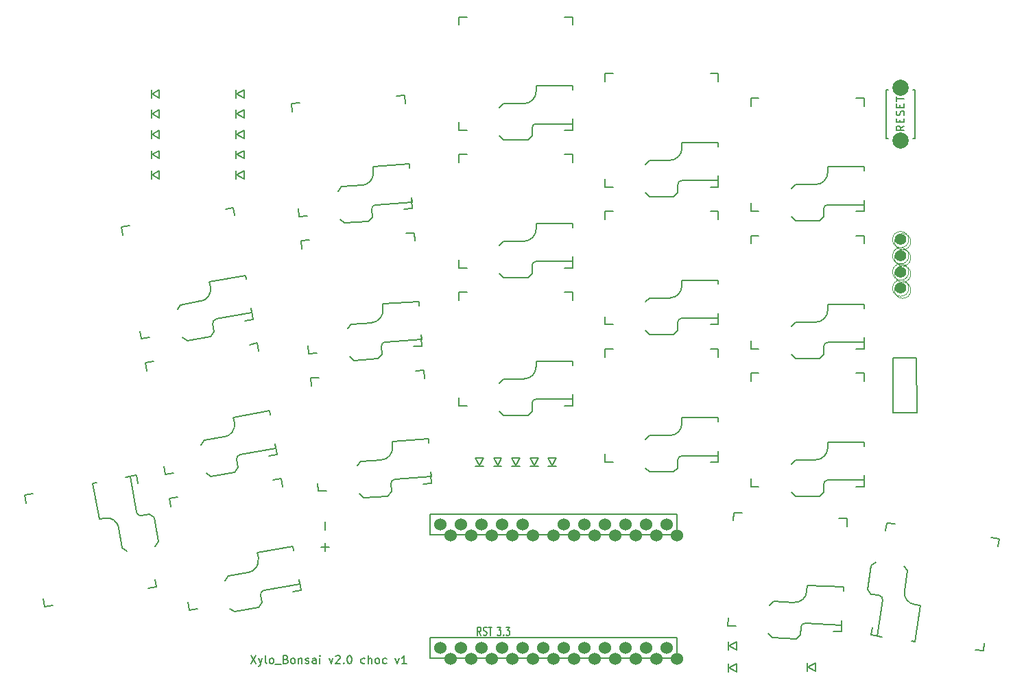
<source format=gbr>
%TF.GenerationSoftware,KiCad,Pcbnew,9.0.0*%
%TF.CreationDate,2025-05-15T16:18:32+09:00*%
%TF.ProjectId,xylo,78796c6f-2e6b-4696-9361-645f70636258,rev?*%
%TF.SameCoordinates,Original*%
%TF.FileFunction,Legend,Top*%
%TF.FilePolarity,Positive*%
%FSLAX46Y46*%
G04 Gerber Fmt 4.6, Leading zero omitted, Abs format (unit mm)*
G04 Created by KiCad (PCBNEW 9.0.0) date 2025-05-15 16:18:32*
%MOMM*%
%LPD*%
G01*
G04 APERTURE LIST*
%ADD10C,0.150000*%
%ADD11C,0.200000*%
%ADD12C,0.100000*%
%ADD13C,1.397000*%
%ADD14C,1.524000*%
%ADD15C,2.000000*%
G04 APERTURE END LIST*
D10*
X197705826Y-134369819D02*
X198170112Y-134369819D01*
X198170112Y-134369819D02*
X197920112Y-134750771D01*
X197920112Y-134750771D02*
X198027255Y-134750771D01*
X198027255Y-134750771D02*
X198098684Y-134798390D01*
X198098684Y-134798390D02*
X198134398Y-134846009D01*
X198134398Y-134846009D02*
X198170112Y-134941247D01*
X198170112Y-134941247D02*
X198170112Y-135179342D01*
X198170112Y-135179342D02*
X198134398Y-135274580D01*
X198134398Y-135274580D02*
X198098684Y-135322200D01*
X198098684Y-135322200D02*
X198027255Y-135369819D01*
X198027255Y-135369819D02*
X197812969Y-135369819D01*
X197812969Y-135369819D02*
X197741541Y-135322200D01*
X197741541Y-135322200D02*
X197705826Y-135274580D01*
X198491541Y-135274580D02*
X198527255Y-135322200D01*
X198527255Y-135322200D02*
X198491541Y-135369819D01*
X198491541Y-135369819D02*
X198455827Y-135322200D01*
X198455827Y-135322200D02*
X198491541Y-135274580D01*
X198491541Y-135274580D02*
X198491541Y-135369819D01*
X198777255Y-134369819D02*
X199241541Y-134369819D01*
X199241541Y-134369819D02*
X198991541Y-134750771D01*
X198991541Y-134750771D02*
X199098684Y-134750771D01*
X199098684Y-134750771D02*
X199170113Y-134798390D01*
X199170113Y-134798390D02*
X199205827Y-134846009D01*
X199205827Y-134846009D02*
X199241541Y-134941247D01*
X199241541Y-134941247D02*
X199241541Y-135179342D01*
X199241541Y-135179342D02*
X199205827Y-135274580D01*
X199205827Y-135274580D02*
X199170113Y-135322200D01*
X199170113Y-135322200D02*
X199098684Y-135369819D01*
X199098684Y-135369819D02*
X198884398Y-135369819D01*
X198884398Y-135369819D02*
X198812970Y-135322200D01*
X198812970Y-135322200D02*
X198777255Y-135274580D01*
D11*
X167274435Y-137867219D02*
X167941101Y-138867219D01*
X167941101Y-137867219D02*
X167274435Y-138867219D01*
X168226816Y-138200552D02*
X168464911Y-138867219D01*
X168703006Y-138200552D02*
X168464911Y-138867219D01*
X168464911Y-138867219D02*
X168369673Y-139105314D01*
X168369673Y-139105314D02*
X168322054Y-139152933D01*
X168322054Y-139152933D02*
X168226816Y-139200552D01*
X169226816Y-138867219D02*
X169131578Y-138819600D01*
X169131578Y-138819600D02*
X169083959Y-138724361D01*
X169083959Y-138724361D02*
X169083959Y-137867219D01*
X169750626Y-138867219D02*
X169655388Y-138819600D01*
X169655388Y-138819600D02*
X169607769Y-138771980D01*
X169607769Y-138771980D02*
X169560150Y-138676742D01*
X169560150Y-138676742D02*
X169560150Y-138391028D01*
X169560150Y-138391028D02*
X169607769Y-138295790D01*
X169607769Y-138295790D02*
X169655388Y-138248171D01*
X169655388Y-138248171D02*
X169750626Y-138200552D01*
X169750626Y-138200552D02*
X169893483Y-138200552D01*
X169893483Y-138200552D02*
X169988721Y-138248171D01*
X169988721Y-138248171D02*
X170036340Y-138295790D01*
X170036340Y-138295790D02*
X170083959Y-138391028D01*
X170083959Y-138391028D02*
X170083959Y-138676742D01*
X170083959Y-138676742D02*
X170036340Y-138771980D01*
X170036340Y-138771980D02*
X169988721Y-138819600D01*
X169988721Y-138819600D02*
X169893483Y-138867219D01*
X169893483Y-138867219D02*
X169750626Y-138867219D01*
X170274436Y-138962457D02*
X171036340Y-138962457D01*
X171607769Y-138343409D02*
X171750626Y-138391028D01*
X171750626Y-138391028D02*
X171798245Y-138438647D01*
X171798245Y-138438647D02*
X171845864Y-138533885D01*
X171845864Y-138533885D02*
X171845864Y-138676742D01*
X171845864Y-138676742D02*
X171798245Y-138771980D01*
X171798245Y-138771980D02*
X171750626Y-138819600D01*
X171750626Y-138819600D02*
X171655388Y-138867219D01*
X171655388Y-138867219D02*
X171274436Y-138867219D01*
X171274436Y-138867219D02*
X171274436Y-137867219D01*
X171274436Y-137867219D02*
X171607769Y-137867219D01*
X171607769Y-137867219D02*
X171703007Y-137914838D01*
X171703007Y-137914838D02*
X171750626Y-137962457D01*
X171750626Y-137962457D02*
X171798245Y-138057695D01*
X171798245Y-138057695D02*
X171798245Y-138152933D01*
X171798245Y-138152933D02*
X171750626Y-138248171D01*
X171750626Y-138248171D02*
X171703007Y-138295790D01*
X171703007Y-138295790D02*
X171607769Y-138343409D01*
X171607769Y-138343409D02*
X171274436Y-138343409D01*
X172417293Y-138867219D02*
X172322055Y-138819600D01*
X172322055Y-138819600D02*
X172274436Y-138771980D01*
X172274436Y-138771980D02*
X172226817Y-138676742D01*
X172226817Y-138676742D02*
X172226817Y-138391028D01*
X172226817Y-138391028D02*
X172274436Y-138295790D01*
X172274436Y-138295790D02*
X172322055Y-138248171D01*
X172322055Y-138248171D02*
X172417293Y-138200552D01*
X172417293Y-138200552D02*
X172560150Y-138200552D01*
X172560150Y-138200552D02*
X172655388Y-138248171D01*
X172655388Y-138248171D02*
X172703007Y-138295790D01*
X172703007Y-138295790D02*
X172750626Y-138391028D01*
X172750626Y-138391028D02*
X172750626Y-138676742D01*
X172750626Y-138676742D02*
X172703007Y-138771980D01*
X172703007Y-138771980D02*
X172655388Y-138819600D01*
X172655388Y-138819600D02*
X172560150Y-138867219D01*
X172560150Y-138867219D02*
X172417293Y-138867219D01*
X173179198Y-138200552D02*
X173179198Y-138867219D01*
X173179198Y-138295790D02*
X173226817Y-138248171D01*
X173226817Y-138248171D02*
X173322055Y-138200552D01*
X173322055Y-138200552D02*
X173464912Y-138200552D01*
X173464912Y-138200552D02*
X173560150Y-138248171D01*
X173560150Y-138248171D02*
X173607769Y-138343409D01*
X173607769Y-138343409D02*
X173607769Y-138867219D01*
X174036341Y-138819600D02*
X174131579Y-138867219D01*
X174131579Y-138867219D02*
X174322055Y-138867219D01*
X174322055Y-138867219D02*
X174417293Y-138819600D01*
X174417293Y-138819600D02*
X174464912Y-138724361D01*
X174464912Y-138724361D02*
X174464912Y-138676742D01*
X174464912Y-138676742D02*
X174417293Y-138581504D01*
X174417293Y-138581504D02*
X174322055Y-138533885D01*
X174322055Y-138533885D02*
X174179198Y-138533885D01*
X174179198Y-138533885D02*
X174083960Y-138486266D01*
X174083960Y-138486266D02*
X174036341Y-138391028D01*
X174036341Y-138391028D02*
X174036341Y-138343409D01*
X174036341Y-138343409D02*
X174083960Y-138248171D01*
X174083960Y-138248171D02*
X174179198Y-138200552D01*
X174179198Y-138200552D02*
X174322055Y-138200552D01*
X174322055Y-138200552D02*
X174417293Y-138248171D01*
X175322055Y-138867219D02*
X175322055Y-138343409D01*
X175322055Y-138343409D02*
X175274436Y-138248171D01*
X175274436Y-138248171D02*
X175179198Y-138200552D01*
X175179198Y-138200552D02*
X174988722Y-138200552D01*
X174988722Y-138200552D02*
X174893484Y-138248171D01*
X175322055Y-138819600D02*
X175226817Y-138867219D01*
X175226817Y-138867219D02*
X174988722Y-138867219D01*
X174988722Y-138867219D02*
X174893484Y-138819600D01*
X174893484Y-138819600D02*
X174845865Y-138724361D01*
X174845865Y-138724361D02*
X174845865Y-138629123D01*
X174845865Y-138629123D02*
X174893484Y-138533885D01*
X174893484Y-138533885D02*
X174988722Y-138486266D01*
X174988722Y-138486266D02*
X175226817Y-138486266D01*
X175226817Y-138486266D02*
X175322055Y-138438647D01*
X175798246Y-138867219D02*
X175798246Y-138200552D01*
X175798246Y-137867219D02*
X175750627Y-137914838D01*
X175750627Y-137914838D02*
X175798246Y-137962457D01*
X175798246Y-137962457D02*
X175845865Y-137914838D01*
X175845865Y-137914838D02*
X175798246Y-137867219D01*
X175798246Y-137867219D02*
X175798246Y-137962457D01*
X176941103Y-138200552D02*
X177179198Y-138867219D01*
X177179198Y-138867219D02*
X177417293Y-138200552D01*
X177750627Y-137962457D02*
X177798246Y-137914838D01*
X177798246Y-137914838D02*
X177893484Y-137867219D01*
X177893484Y-137867219D02*
X178131579Y-137867219D01*
X178131579Y-137867219D02*
X178226817Y-137914838D01*
X178226817Y-137914838D02*
X178274436Y-137962457D01*
X178274436Y-137962457D02*
X178322055Y-138057695D01*
X178322055Y-138057695D02*
X178322055Y-138152933D01*
X178322055Y-138152933D02*
X178274436Y-138295790D01*
X178274436Y-138295790D02*
X177703008Y-138867219D01*
X177703008Y-138867219D02*
X178322055Y-138867219D01*
X178750627Y-138771980D02*
X178798246Y-138819600D01*
X178798246Y-138819600D02*
X178750627Y-138867219D01*
X178750627Y-138867219D02*
X178703008Y-138819600D01*
X178703008Y-138819600D02*
X178750627Y-138771980D01*
X178750627Y-138771980D02*
X178750627Y-138867219D01*
X179417293Y-137867219D02*
X179512531Y-137867219D01*
X179512531Y-137867219D02*
X179607769Y-137914838D01*
X179607769Y-137914838D02*
X179655388Y-137962457D01*
X179655388Y-137962457D02*
X179703007Y-138057695D01*
X179703007Y-138057695D02*
X179750626Y-138248171D01*
X179750626Y-138248171D02*
X179750626Y-138486266D01*
X179750626Y-138486266D02*
X179703007Y-138676742D01*
X179703007Y-138676742D02*
X179655388Y-138771980D01*
X179655388Y-138771980D02*
X179607769Y-138819600D01*
X179607769Y-138819600D02*
X179512531Y-138867219D01*
X179512531Y-138867219D02*
X179417293Y-138867219D01*
X179417293Y-138867219D02*
X179322055Y-138819600D01*
X179322055Y-138819600D02*
X179274436Y-138771980D01*
X179274436Y-138771980D02*
X179226817Y-138676742D01*
X179226817Y-138676742D02*
X179179198Y-138486266D01*
X179179198Y-138486266D02*
X179179198Y-138248171D01*
X179179198Y-138248171D02*
X179226817Y-138057695D01*
X179226817Y-138057695D02*
X179274436Y-137962457D01*
X179274436Y-137962457D02*
X179322055Y-137914838D01*
X179322055Y-137914838D02*
X179417293Y-137867219D01*
X181369674Y-138819600D02*
X181274436Y-138867219D01*
X181274436Y-138867219D02*
X181083960Y-138867219D01*
X181083960Y-138867219D02*
X180988722Y-138819600D01*
X180988722Y-138819600D02*
X180941103Y-138771980D01*
X180941103Y-138771980D02*
X180893484Y-138676742D01*
X180893484Y-138676742D02*
X180893484Y-138391028D01*
X180893484Y-138391028D02*
X180941103Y-138295790D01*
X180941103Y-138295790D02*
X180988722Y-138248171D01*
X180988722Y-138248171D02*
X181083960Y-138200552D01*
X181083960Y-138200552D02*
X181274436Y-138200552D01*
X181274436Y-138200552D02*
X181369674Y-138248171D01*
X181798246Y-138867219D02*
X181798246Y-137867219D01*
X182226817Y-138867219D02*
X182226817Y-138343409D01*
X182226817Y-138343409D02*
X182179198Y-138248171D01*
X182179198Y-138248171D02*
X182083960Y-138200552D01*
X182083960Y-138200552D02*
X181941103Y-138200552D01*
X181941103Y-138200552D02*
X181845865Y-138248171D01*
X181845865Y-138248171D02*
X181798246Y-138295790D01*
X182845865Y-138867219D02*
X182750627Y-138819600D01*
X182750627Y-138819600D02*
X182703008Y-138771980D01*
X182703008Y-138771980D02*
X182655389Y-138676742D01*
X182655389Y-138676742D02*
X182655389Y-138391028D01*
X182655389Y-138391028D02*
X182703008Y-138295790D01*
X182703008Y-138295790D02*
X182750627Y-138248171D01*
X182750627Y-138248171D02*
X182845865Y-138200552D01*
X182845865Y-138200552D02*
X182988722Y-138200552D01*
X182988722Y-138200552D02*
X183083960Y-138248171D01*
X183083960Y-138248171D02*
X183131579Y-138295790D01*
X183131579Y-138295790D02*
X183179198Y-138391028D01*
X183179198Y-138391028D02*
X183179198Y-138676742D01*
X183179198Y-138676742D02*
X183131579Y-138771980D01*
X183131579Y-138771980D02*
X183083960Y-138819600D01*
X183083960Y-138819600D02*
X182988722Y-138867219D01*
X182988722Y-138867219D02*
X182845865Y-138867219D01*
X184036341Y-138819600D02*
X183941103Y-138867219D01*
X183941103Y-138867219D02*
X183750627Y-138867219D01*
X183750627Y-138867219D02*
X183655389Y-138819600D01*
X183655389Y-138819600D02*
X183607770Y-138771980D01*
X183607770Y-138771980D02*
X183560151Y-138676742D01*
X183560151Y-138676742D02*
X183560151Y-138391028D01*
X183560151Y-138391028D02*
X183607770Y-138295790D01*
X183607770Y-138295790D02*
X183655389Y-138248171D01*
X183655389Y-138248171D02*
X183750627Y-138200552D01*
X183750627Y-138200552D02*
X183941103Y-138200552D01*
X183941103Y-138200552D02*
X184036341Y-138248171D01*
X185131580Y-138200552D02*
X185369675Y-138867219D01*
X185369675Y-138867219D02*
X185607770Y-138200552D01*
X186512532Y-138867219D02*
X185941104Y-138867219D01*
X186226818Y-138867219D02*
X186226818Y-137867219D01*
X186226818Y-137867219D02*
X186131580Y-138010076D01*
X186131580Y-138010076D02*
X186036342Y-138105314D01*
X186036342Y-138105314D02*
X185941104Y-138152933D01*
D10*
X195705826Y-135369819D02*
X195455826Y-134893628D01*
X195277255Y-135369819D02*
X195277255Y-134369819D01*
X195277255Y-134369819D02*
X195562969Y-134369819D01*
X195562969Y-134369819D02*
X195634398Y-134417438D01*
X195634398Y-134417438D02*
X195670112Y-134465057D01*
X195670112Y-134465057D02*
X195705826Y-134560295D01*
X195705826Y-134560295D02*
X195705826Y-134703152D01*
X195705826Y-134703152D02*
X195670112Y-134798390D01*
X195670112Y-134798390D02*
X195634398Y-134846009D01*
X195634398Y-134846009D02*
X195562969Y-134893628D01*
X195562969Y-134893628D02*
X195277255Y-134893628D01*
X195991541Y-135322200D02*
X196098684Y-135369819D01*
X196098684Y-135369819D02*
X196277255Y-135369819D01*
X196277255Y-135369819D02*
X196348684Y-135322200D01*
X196348684Y-135322200D02*
X196384398Y-135274580D01*
X196384398Y-135274580D02*
X196420112Y-135179342D01*
X196420112Y-135179342D02*
X196420112Y-135084104D01*
X196420112Y-135084104D02*
X196384398Y-134988866D01*
X196384398Y-134988866D02*
X196348684Y-134941247D01*
X196348684Y-134941247D02*
X196277255Y-134893628D01*
X196277255Y-134893628D02*
X196134398Y-134846009D01*
X196134398Y-134846009D02*
X196062969Y-134798390D01*
X196062969Y-134798390D02*
X196027255Y-134750771D01*
X196027255Y-134750771D02*
X195991541Y-134655533D01*
X195991541Y-134655533D02*
X195991541Y-134560295D01*
X195991541Y-134560295D02*
X196027255Y-134465057D01*
X196027255Y-134465057D02*
X196062969Y-134417438D01*
X196062969Y-134417438D02*
X196134398Y-134369819D01*
X196134398Y-134369819D02*
X196312969Y-134369819D01*
X196312969Y-134369819D02*
X196420112Y-134417438D01*
X196634398Y-134369819D02*
X197062970Y-134369819D01*
X196848684Y-135369819D02*
X196848684Y-134369819D01*
X247954819Y-72452381D02*
X247478628Y-72785714D01*
X247954819Y-73023809D02*
X246954819Y-73023809D01*
X246954819Y-73023809D02*
X246954819Y-72642857D01*
X246954819Y-72642857D02*
X247002438Y-72547619D01*
X247002438Y-72547619D02*
X247050057Y-72500000D01*
X247050057Y-72500000D02*
X247145295Y-72452381D01*
X247145295Y-72452381D02*
X247288152Y-72452381D01*
X247288152Y-72452381D02*
X247383390Y-72500000D01*
X247383390Y-72500000D02*
X247431009Y-72547619D01*
X247431009Y-72547619D02*
X247478628Y-72642857D01*
X247478628Y-72642857D02*
X247478628Y-73023809D01*
X247431009Y-72023809D02*
X247431009Y-71690476D01*
X247954819Y-71547619D02*
X247954819Y-72023809D01*
X247954819Y-72023809D02*
X246954819Y-72023809D01*
X246954819Y-72023809D02*
X246954819Y-71547619D01*
X247907200Y-71166666D02*
X247954819Y-71023809D01*
X247954819Y-71023809D02*
X247954819Y-70785714D01*
X247954819Y-70785714D02*
X247907200Y-70690476D01*
X247907200Y-70690476D02*
X247859580Y-70642857D01*
X247859580Y-70642857D02*
X247764342Y-70595238D01*
X247764342Y-70595238D02*
X247669104Y-70595238D01*
X247669104Y-70595238D02*
X247573866Y-70642857D01*
X247573866Y-70642857D02*
X247526247Y-70690476D01*
X247526247Y-70690476D02*
X247478628Y-70785714D01*
X247478628Y-70785714D02*
X247431009Y-70976190D01*
X247431009Y-70976190D02*
X247383390Y-71071428D01*
X247383390Y-71071428D02*
X247335771Y-71119047D01*
X247335771Y-71119047D02*
X247240533Y-71166666D01*
X247240533Y-71166666D02*
X247145295Y-71166666D01*
X247145295Y-71166666D02*
X247050057Y-71119047D01*
X247050057Y-71119047D02*
X247002438Y-71071428D01*
X247002438Y-71071428D02*
X246954819Y-70976190D01*
X246954819Y-70976190D02*
X246954819Y-70738095D01*
X246954819Y-70738095D02*
X247002438Y-70595238D01*
X247431009Y-70166666D02*
X247431009Y-69833333D01*
X247954819Y-69690476D02*
X247954819Y-70166666D01*
X247954819Y-70166666D02*
X246954819Y-70166666D01*
X246954819Y-70166666D02*
X246954819Y-69690476D01*
X246954819Y-69404761D02*
X246954819Y-68833333D01*
X247954819Y-69119047D02*
X246954819Y-69119047D01*
%TO.C,D1*%
X155000000Y-68000000D02*
X155000000Y-69000000D01*
X155100000Y-68500000D02*
X156000000Y-68000000D01*
X156000000Y-68000000D02*
X156000000Y-69000000D01*
X156000000Y-69000000D02*
X155100000Y-68500000D01*
%TO.C,SW2*%
X172285756Y-69680347D02*
X173283320Y-69610587D01*
X172355513Y-70677911D02*
X172285756Y-69680347D01*
X173262347Y-83646244D02*
X173192587Y-82648680D01*
X174259911Y-83576487D02*
X173262347Y-83646244D01*
X178054849Y-80504282D02*
X178518753Y-79970622D01*
X178298997Y-83995756D02*
X178832657Y-84459660D01*
X178518753Y-79970622D02*
X181012663Y-79796231D01*
X178832657Y-84459660D02*
X181825349Y-84250391D01*
X181825349Y-84250391D02*
X182289253Y-83716730D01*
X182219496Y-82719166D02*
X182289253Y-83716730D01*
X182355545Y-77496955D02*
X186844583Y-77183051D01*
X182404374Y-78195250D02*
X182355545Y-77496955D01*
X185254089Y-68773513D02*
X186251653Y-68703756D01*
X186251653Y-68703756D02*
X186321413Y-69701320D01*
X186844583Y-77183051D02*
X186879461Y-77681833D01*
X187130585Y-81273063D02*
X187172437Y-81871602D01*
X187158487Y-81672089D02*
X187228244Y-82669653D01*
X187172437Y-81871602D02*
X182683400Y-82185506D01*
X187228244Y-82669653D02*
X186230680Y-82739413D01*
X182219496Y-82719166D02*
G75*
G02*
X182683400Y-82185506I498782J34878D01*
G01*
X182404374Y-78195250D02*
G75*
G02*
X181012663Y-79796230I-1496346J-104634D01*
G01*
%TO.C,D17*%
X226250000Y-138900000D02*
X226250000Y-139900000D01*
X226350000Y-139400000D02*
X227250000Y-138900000D01*
X227250000Y-138900000D02*
X227250000Y-139900000D01*
X227250000Y-139900000D02*
X226350000Y-139400000D01*
%TO.C,SW9*%
X211000000Y-83000000D02*
X212000000Y-83000000D01*
X211000000Y-84000000D02*
X211000000Y-83000000D01*
X211000000Y-97000000D02*
X211000000Y-96000000D01*
X212000000Y-97000000D02*
X211000000Y-97000000D01*
X216000000Y-94200000D02*
X216500000Y-93700000D01*
X216000000Y-97700000D02*
X216500000Y-98200000D01*
X216500000Y-93700000D02*
X219000000Y-93700000D01*
X216500000Y-98200000D02*
X219500000Y-98200000D01*
X219500000Y-98200000D02*
X220000000Y-97700000D01*
X220000000Y-96700000D02*
X220000000Y-97700000D01*
X220500000Y-91500000D02*
X225000000Y-91500000D01*
X220500000Y-92200000D02*
X220500000Y-91500000D01*
X224000000Y-83000000D02*
X225000000Y-83000000D01*
X225000000Y-83000000D02*
X225000000Y-84000000D01*
X225000000Y-91500000D02*
X225000000Y-92000000D01*
X225000000Y-95600000D02*
X225000000Y-96200000D01*
X225000000Y-96000000D02*
X225000000Y-97000000D01*
X225000000Y-96200000D02*
X220500000Y-96200000D01*
X225000000Y-97000000D02*
X224000000Y-97000000D01*
X220000000Y-96700000D02*
G75*
G02*
X220500000Y-96200000I500000J0D01*
G01*
X220500000Y-92200000D02*
G75*
G02*
X219000000Y-93700000I-1500000J0D01*
G01*
%TO.C,SW16*%
X139408808Y-118049883D02*
X140393616Y-117876235D01*
X139582457Y-119034691D02*
X139408808Y-118049883D01*
X141839883Y-131837192D02*
X141666235Y-130852384D01*
X142824691Y-131663543D02*
X141839883Y-131837192D01*
X147779674Y-116573871D02*
X148272078Y-116487049D01*
X148561091Y-121005508D02*
X147779674Y-116573871D01*
X149250457Y-120883955D02*
X148561091Y-121005508D01*
X151422261Y-124562713D02*
X150988141Y-122100694D01*
X151817386Y-115861916D02*
X152408271Y-115757727D01*
X152001489Y-124968293D02*
X151422261Y-124562713D01*
X152211309Y-115792457D02*
X153196117Y-115618808D01*
X152408271Y-115757727D02*
X153189688Y-120189362D01*
X153196117Y-115618808D02*
X153369765Y-116603616D01*
X153768916Y-120594942D02*
X154753723Y-120421294D01*
X155332951Y-120826873D02*
X154753723Y-120421294D01*
X155448316Y-124360525D02*
X155853896Y-123781297D01*
X155453543Y-128421309D02*
X155627192Y-129406117D01*
X155627192Y-129406117D02*
X154642384Y-129579765D01*
X155853896Y-123781297D02*
X155332951Y-120826873D01*
X149250457Y-120883955D02*
G75*
G02*
X150988140Y-122100694I260472J-1477211D01*
G01*
X153768916Y-120594942D02*
G75*
G02*
X153189688Y-120189362I-86824J492404D01*
G01*
%TO.C,D4*%
X155000000Y-75500000D02*
X155000000Y-76500000D01*
X155100000Y-76000000D02*
X156000000Y-75500000D01*
X156000000Y-75500000D02*
X156000000Y-76500000D01*
X156000000Y-76500000D02*
X155100000Y-76000000D01*
%TO.C,SW5*%
X229000000Y-69000000D02*
X230000000Y-69000000D01*
X229000000Y-70000000D02*
X229000000Y-69000000D01*
X229000000Y-83000000D02*
X229000000Y-82000000D01*
X230000000Y-83000000D02*
X229000000Y-83000000D01*
X234000000Y-80200000D02*
X234500000Y-79700000D01*
X234000000Y-83700000D02*
X234500000Y-84200000D01*
X234500000Y-79700000D02*
X237000000Y-79700000D01*
X234500000Y-84200000D02*
X237500000Y-84200000D01*
X237500000Y-84200000D02*
X238000000Y-83700000D01*
X238000000Y-82700000D02*
X238000000Y-83700000D01*
X238500000Y-77500000D02*
X243000000Y-77500000D01*
X238500000Y-78200000D02*
X238500000Y-77500000D01*
X242000000Y-69000000D02*
X243000000Y-69000000D01*
X243000000Y-69000000D02*
X243000000Y-70000000D01*
X243000000Y-77500000D02*
X243000000Y-78000000D01*
X243000000Y-81600000D02*
X243000000Y-82200000D01*
X243000000Y-82000000D02*
X243000000Y-83000000D01*
X243000000Y-82200000D02*
X238500000Y-82200000D01*
X243000000Y-83000000D02*
X242000000Y-83000000D01*
X238000000Y-82700000D02*
G75*
G02*
X238500000Y-82200000I500000J0D01*
G01*
X238500000Y-78200000D02*
G75*
G02*
X237000000Y-79700000I-1500000J0D01*
G01*
%TO.C,SW12*%
X174657756Y-103598347D02*
X175655320Y-103528587D01*
X174727513Y-104595911D02*
X174657756Y-103598347D01*
X175634347Y-117564244D02*
X175564587Y-116566680D01*
X176631911Y-117494487D02*
X175634347Y-117564244D01*
X180426849Y-114422282D02*
X180890753Y-113888622D01*
X180670997Y-117913756D02*
X181204657Y-118377660D01*
X180890753Y-113888622D02*
X183384663Y-113714231D01*
X181204657Y-118377660D02*
X184197349Y-118168391D01*
X184197349Y-118168391D02*
X184661253Y-117634730D01*
X184591496Y-116637166D02*
X184661253Y-117634730D01*
X184727545Y-111414955D02*
X189216583Y-111101051D01*
X184776374Y-112113250D02*
X184727545Y-111414955D01*
X187626089Y-102691513D02*
X188623653Y-102621756D01*
X188623653Y-102621756D02*
X188693413Y-103619320D01*
X189216583Y-111101051D02*
X189251461Y-111599833D01*
X189502585Y-115191063D02*
X189544437Y-115789602D01*
X189530487Y-115590089D02*
X189600244Y-116587653D01*
X189544437Y-115789602D02*
X185055400Y-116103506D01*
X189600244Y-116587653D02*
X188602680Y-116657413D01*
X184591496Y-116637166D02*
G75*
G02*
X185055400Y-116103506I498782J34878D01*
G01*
X184776374Y-112113250D02*
G75*
G02*
X183384663Y-113714230I-1496346J-104634D01*
G01*
%TO.C,SW7*%
X173471756Y-86639347D02*
X174469320Y-86569587D01*
X173541513Y-87636911D02*
X173471756Y-86639347D01*
X174448347Y-100605244D02*
X174378587Y-99607680D01*
X175445911Y-100535487D02*
X174448347Y-100605244D01*
X179240849Y-97463282D02*
X179704753Y-96929622D01*
X179484997Y-100954756D02*
X180018657Y-101418660D01*
X179704753Y-96929622D02*
X182198663Y-96755231D01*
X180018657Y-101418660D02*
X183011349Y-101209391D01*
X183011349Y-101209391D02*
X183475253Y-100675730D01*
X183405496Y-99678166D02*
X183475253Y-100675730D01*
X183541545Y-94455955D02*
X188030583Y-94142051D01*
X183590374Y-95154250D02*
X183541545Y-94455955D01*
X186440089Y-85732513D02*
X187437653Y-85662756D01*
X187437653Y-85662756D02*
X187507413Y-86660320D01*
X188030583Y-94142051D02*
X188065461Y-94640833D01*
X188316585Y-98232063D02*
X188358437Y-98830602D01*
X188344487Y-98631089D02*
X188414244Y-99628653D01*
X188358437Y-98830602D02*
X183869400Y-99144506D01*
X188414244Y-99628653D02*
X187416680Y-99698413D01*
X183405496Y-99678166D02*
G75*
G02*
X183869400Y-99144506I498782J34878D01*
G01*
X183590374Y-95154250D02*
G75*
G02*
X182198663Y-96755230I-1496346J-104634D01*
G01*
%TO.C,SW11*%
X157250808Y-118457883D02*
X158235616Y-118284235D01*
X157424457Y-119442691D02*
X157250808Y-118457883D01*
X159681883Y-132245192D02*
X159508235Y-131260384D01*
X160666691Y-132071543D02*
X159681883Y-132245192D01*
X164119707Y-128619489D02*
X164525287Y-128040261D01*
X164525287Y-128040261D02*
X166987306Y-127606141D01*
X164727475Y-132066316D02*
X165306703Y-132471896D01*
X165306703Y-132471896D02*
X168261127Y-131950951D01*
X168082492Y-125179091D02*
X172514129Y-124397674D01*
X168204045Y-125868457D02*
X168082492Y-125179091D01*
X168261127Y-131950951D02*
X168666706Y-131371723D01*
X168493058Y-130386916D02*
X168666706Y-131371723D01*
X170053309Y-116200457D02*
X171038117Y-116026808D01*
X171038117Y-116026808D02*
X171211765Y-117011616D01*
X172514129Y-124397674D02*
X172600951Y-124890078D01*
X173226084Y-128435386D02*
X173330273Y-129026271D01*
X173295543Y-128829309D02*
X173469192Y-129814117D01*
X173330273Y-129026271D02*
X168898638Y-129807688D01*
X173469192Y-129814117D02*
X172484384Y-129987765D01*
X168204045Y-125868457D02*
G75*
G02*
X166987306Y-127606140I-1477211J-260472D01*
G01*
X168493058Y-130386916D02*
G75*
G02*
X168898638Y-129807688I492404J86824D01*
G01*
%TO.C,D9*%
X165475000Y-75500000D02*
X165475000Y-76500000D01*
X165575000Y-76000000D02*
X166475000Y-75500000D01*
X166475000Y-75500000D02*
X166475000Y-76500000D01*
X166475000Y-76500000D02*
X165575000Y-76000000D01*
%TO.C,PSW1*%
X246600000Y-101100000D02*
X249450000Y-101100000D01*
X246600000Y-107850000D02*
X246600000Y-101100000D01*
X249450000Y-101100000D02*
X249500000Y-107850000D01*
X249500000Y-107850000D02*
X246600000Y-107850000D01*
%TO.C,SW18*%
X243436042Y-129739183D02*
X243861590Y-130303903D01*
X243853560Y-126768378D02*
X243436042Y-129739183D01*
X243858912Y-135352665D02*
X243998085Y-134362397D01*
X244418282Y-126342831D02*
X243853560Y-126768378D01*
X244651126Y-135464003D02*
X245277405Y-131007797D01*
X244849180Y-135491838D02*
X243858912Y-135352665D01*
X244851858Y-130443076D02*
X243861590Y-130303903D01*
X245245287Y-135547507D02*
X244651126Y-135464003D01*
X245668162Y-122479180D02*
X245807335Y-121488912D01*
X245807335Y-121488912D02*
X246797603Y-121628085D01*
X247884220Y-126829937D02*
X248309768Y-127394657D01*
X248309768Y-127394657D02*
X247961835Y-129870328D01*
X249238477Y-131564489D02*
X249931665Y-131661911D01*
X249305386Y-136118117D02*
X248810252Y-136048530D01*
X249931665Y-131661911D02*
X249305386Y-136118117D01*
X257722665Y-137301088D02*
X256732397Y-137161915D01*
X257861838Y-136310820D02*
X257722665Y-137301088D01*
X258680820Y-123298162D02*
X259671088Y-123437335D01*
X259671088Y-123437335D02*
X259531915Y-124427603D01*
X244851858Y-130443076D02*
G75*
G02*
X245277405Y-131007797I-69587J-495134D01*
G01*
X249238477Y-131564489D02*
G75*
G02*
X247961835Y-129870328I208760J1485402D01*
G01*
%TO.C,D16*%
X226250000Y-136200000D02*
X226250000Y-137200000D01*
X226350000Y-136700000D02*
X227250000Y-136200000D01*
X227250000Y-136200000D02*
X227250000Y-137200000D01*
X227250000Y-137200000D02*
X226350000Y-136700000D01*
%TO.C,SW6*%
X154298808Y-101715883D02*
X155283616Y-101542235D01*
X154472457Y-102700691D02*
X154298808Y-101715883D01*
X156729883Y-115503192D02*
X156556235Y-114518384D01*
X157714691Y-115329543D02*
X156729883Y-115503192D01*
X161167707Y-111877489D02*
X161573287Y-111298261D01*
X161573287Y-111298261D02*
X164035306Y-110864141D01*
X161775475Y-115324316D02*
X162354703Y-115729896D01*
X162354703Y-115729896D02*
X165309127Y-115208951D01*
X165130492Y-108437091D02*
X169562129Y-107655674D01*
X165252045Y-109126457D02*
X165130492Y-108437091D01*
X165309127Y-115208951D02*
X165714706Y-114629723D01*
X165541058Y-113644916D02*
X165714706Y-114629723D01*
X167101309Y-99458457D02*
X168086117Y-99284808D01*
X168086117Y-99284808D02*
X168259765Y-100269616D01*
X169562129Y-107655674D02*
X169648951Y-108148078D01*
X170274084Y-111693386D02*
X170378273Y-112284271D01*
X170343543Y-112087309D02*
X170517192Y-113072117D01*
X170378273Y-112284271D02*
X165946638Y-113065688D01*
X170517192Y-113072117D02*
X169532384Y-113245765D01*
X165252045Y-109126457D02*
G75*
G02*
X164035306Y-110864140I-1477211J-260472D01*
G01*
X165541058Y-113644916D02*
G75*
G02*
X165946638Y-113065688I492404J86824D01*
G01*
%TO.C,SW15*%
X229000000Y-103000000D02*
X230000000Y-103000000D01*
X229000000Y-104000000D02*
X229000000Y-103000000D01*
X229000000Y-117000000D02*
X229000000Y-116000000D01*
X230000000Y-117000000D02*
X229000000Y-117000000D01*
X234000000Y-114200000D02*
X234500000Y-113700000D01*
X234000000Y-117700000D02*
X234500000Y-118200000D01*
X234500000Y-113700000D02*
X237000000Y-113700000D01*
X234500000Y-118200000D02*
X237500000Y-118200000D01*
X237500000Y-118200000D02*
X238000000Y-117700000D01*
X238000000Y-116700000D02*
X238000000Y-117700000D01*
X238500000Y-111500000D02*
X243000000Y-111500000D01*
X238500000Y-112200000D02*
X238500000Y-111500000D01*
X242000000Y-103000000D02*
X243000000Y-103000000D01*
X243000000Y-103000000D02*
X243000000Y-104000000D01*
X243000000Y-111500000D02*
X243000000Y-112000000D01*
X243000000Y-115600000D02*
X243000000Y-116200000D01*
X243000000Y-116000000D02*
X243000000Y-117000000D01*
X243000000Y-116200000D02*
X238500000Y-116200000D01*
X243000000Y-117000000D02*
X242000000Y-117000000D01*
X238000000Y-116700000D02*
G75*
G02*
X238500000Y-116200000I500000J0D01*
G01*
X238500000Y-112200000D02*
G75*
G02*
X237000000Y-113700000I-1500000J0D01*
G01*
%TO.C,D3*%
X155000000Y-73000000D02*
X155000000Y-74000000D01*
X155100000Y-73500000D02*
X156000000Y-73000000D01*
X156000000Y-73000000D02*
X156000000Y-74000000D01*
X156000000Y-74000000D02*
X155100000Y-73500000D01*
%TO.C,SW8*%
X193000000Y-76000000D02*
X194000000Y-76000000D01*
X193000000Y-77000000D02*
X193000000Y-76000000D01*
X193000000Y-90000000D02*
X193000000Y-89000000D01*
X194000000Y-90000000D02*
X193000000Y-90000000D01*
X198000000Y-87200000D02*
X198500000Y-86700000D01*
X198000000Y-90700000D02*
X198500000Y-91200000D01*
X198500000Y-86700000D02*
X201000000Y-86700000D01*
X198500000Y-91200000D02*
X201500000Y-91200000D01*
X201500000Y-91200000D02*
X202000000Y-90700000D01*
X202000000Y-89700000D02*
X202000000Y-90700000D01*
X202500000Y-84500000D02*
X207000000Y-84500000D01*
X202500000Y-85200000D02*
X202500000Y-84500000D01*
X206000000Y-76000000D02*
X207000000Y-76000000D01*
X207000000Y-76000000D02*
X207000000Y-77000000D01*
X207000000Y-84500000D02*
X207000000Y-85000000D01*
X207000000Y-88600000D02*
X207000000Y-89200000D01*
X207000000Y-89000000D02*
X207000000Y-90000000D01*
X207000000Y-89200000D02*
X202500000Y-89200000D01*
X207000000Y-90000000D02*
X206000000Y-90000000D01*
X202000000Y-89700000D02*
G75*
G02*
X202500000Y-89200000I500000J0D01*
G01*
X202500000Y-85200000D02*
G75*
G02*
X201000000Y-86700000I-1500000J0D01*
G01*
%TO.C,D5*%
X155000000Y-78000000D02*
X155000000Y-79000000D01*
X155100000Y-78500000D02*
X156000000Y-78000000D01*
X156000000Y-78000000D02*
X156000000Y-79000000D01*
X156000000Y-79000000D02*
X155100000Y-78500000D01*
%TO.C,D6*%
X165475000Y-68000000D02*
X165475000Y-69000000D01*
X165575000Y-68500000D02*
X166475000Y-68000000D01*
X166475000Y-68000000D02*
X166475000Y-69000000D01*
X166475000Y-69000000D02*
X165575000Y-68500000D01*
%TO.C,D10*%
X165475000Y-78000000D02*
X165475000Y-79000000D01*
X165575000Y-78500000D02*
X166475000Y-78000000D01*
X166475000Y-78000000D02*
X166475000Y-79000000D01*
X166475000Y-79000000D02*
X165575000Y-78500000D01*
%TO.C,SW4*%
X211000000Y-66000000D02*
X212000000Y-66000000D01*
X211000000Y-67000000D02*
X211000000Y-66000000D01*
X211000000Y-80000000D02*
X211000000Y-79000000D01*
X212000000Y-80000000D02*
X211000000Y-80000000D01*
X216000000Y-77200000D02*
X216500000Y-76700000D01*
X216000000Y-80700000D02*
X216500000Y-81200000D01*
X216500000Y-76700000D02*
X219000000Y-76700000D01*
X216500000Y-81200000D02*
X219500000Y-81200000D01*
X219500000Y-81200000D02*
X220000000Y-80700000D01*
X220000000Y-79700000D02*
X220000000Y-80700000D01*
X220500000Y-74500000D02*
X225000000Y-74500000D01*
X220500000Y-75200000D02*
X220500000Y-74500000D01*
X224000000Y-66000000D02*
X225000000Y-66000000D01*
X225000000Y-66000000D02*
X225000000Y-67000000D01*
X225000000Y-74500000D02*
X225000000Y-75000000D01*
X225000000Y-78600000D02*
X225000000Y-79200000D01*
X225000000Y-79000000D02*
X225000000Y-80000000D01*
X225000000Y-79200000D02*
X220500000Y-79200000D01*
X225000000Y-80000000D02*
X224000000Y-80000000D01*
X220000000Y-79700000D02*
G75*
G02*
X220500000Y-79200000I500000J0D01*
G01*
X220500000Y-75200000D02*
G75*
G02*
X219000000Y-76700000I-1500000J0D01*
G01*
%TO.C,SW10*%
X229000000Y-86000000D02*
X230000000Y-86000000D01*
X229000000Y-87000000D02*
X229000000Y-86000000D01*
X229000000Y-100000000D02*
X229000000Y-99000000D01*
X230000000Y-100000000D02*
X229000000Y-100000000D01*
X234000000Y-97200000D02*
X234500000Y-96700000D01*
X234000000Y-100700000D02*
X234500000Y-101200000D01*
X234500000Y-96700000D02*
X237000000Y-96700000D01*
X234500000Y-101200000D02*
X237500000Y-101200000D01*
X237500000Y-101200000D02*
X238000000Y-100700000D01*
X238000000Y-99700000D02*
X238000000Y-100700000D01*
X238500000Y-94500000D02*
X243000000Y-94500000D01*
X238500000Y-95200000D02*
X238500000Y-94500000D01*
X242000000Y-86000000D02*
X243000000Y-86000000D01*
X243000000Y-86000000D02*
X243000000Y-87000000D01*
X243000000Y-94500000D02*
X243000000Y-95000000D01*
X243000000Y-98600000D02*
X243000000Y-99200000D01*
X243000000Y-99000000D02*
X243000000Y-100000000D01*
X243000000Y-99200000D02*
X238500000Y-99200000D01*
X243000000Y-100000000D02*
X242000000Y-100000000D01*
X238000000Y-99700000D02*
G75*
G02*
X238500000Y-99200000I500000J0D01*
G01*
X238500000Y-95200000D02*
G75*
G02*
X237000000Y-96700000I-1500000J0D01*
G01*
%TO.C,D15*%
X204000000Y-113500000D02*
X205000000Y-113500000D01*
X204000000Y-114500000D02*
X205000000Y-114500000D01*
X204500000Y-114400000D02*
X204000000Y-113500000D01*
X205000000Y-113500000D02*
X204500000Y-114400000D01*
%TO.C,D2*%
X155000000Y-70500000D02*
X155000000Y-71500000D01*
X155100000Y-71000000D02*
X156000000Y-70500000D01*
X156000000Y-70500000D02*
X156000000Y-71500000D01*
X156000000Y-71500000D02*
X155100000Y-71000000D01*
%TO.C,D11*%
X195000000Y-113500000D02*
X196000000Y-113500000D01*
X195000000Y-114500000D02*
X196000000Y-114500000D01*
X195500000Y-114400000D02*
X195000000Y-113500000D01*
X196000000Y-113500000D02*
X195500000Y-114400000D01*
D12*
%TO.C,J1*%
X248500000Y-86500000D02*
G75*
G02*
X246500000Y-86500000I-1000000J0D01*
G01*
X246500000Y-86500000D02*
G75*
G02*
X248500000Y-86500000I1000000J0D01*
G01*
X248500000Y-88500000D02*
G75*
G02*
X246500000Y-88500000I-1000000J0D01*
G01*
X246500000Y-88500000D02*
G75*
G02*
X248500000Y-88500000I1000000J0D01*
G01*
X248500000Y-90500000D02*
G75*
G02*
X246500000Y-90500000I-1000000J0D01*
G01*
X246500000Y-90500000D02*
G75*
G02*
X248500000Y-90500000I1000000J0D01*
G01*
X248500000Y-92500000D02*
G75*
G02*
X246500000Y-92500000I-1000000J0D01*
G01*
X246500000Y-92500000D02*
G75*
G02*
X248500000Y-92500000I1000000J0D01*
G01*
X248750000Y-86750000D02*
G75*
G02*
X246750000Y-86750000I-1000000J0D01*
G01*
X246750000Y-86750000D02*
G75*
G02*
X248750000Y-86750000I1000000J0D01*
G01*
X248750000Y-88750000D02*
G75*
G02*
X246750000Y-88750000I-1000000J0D01*
G01*
X246750000Y-88750000D02*
G75*
G02*
X248750000Y-88750000I1000000J0D01*
G01*
X248750000Y-90750000D02*
G75*
G02*
X246750000Y-90750000I-1000000J0D01*
G01*
X246750000Y-90750000D02*
G75*
G02*
X248750000Y-90750000I1000000J0D01*
G01*
X248750000Y-92750000D02*
G75*
G02*
X246750000Y-92750000I-1000000J0D01*
G01*
X246750000Y-92750000D02*
G75*
G02*
X248750000Y-92750000I1000000J0D01*
G01*
D10*
%TO.C,D18*%
X236000000Y-138800000D02*
X236000000Y-139800000D01*
X236100000Y-139300000D02*
X237000000Y-138800000D01*
X237000000Y-138800000D02*
X237000000Y-139800000D01*
X237000000Y-139800000D02*
X236100000Y-139300000D01*
%TO.C,SW3*%
X193000000Y-59000000D02*
X194000000Y-59000000D01*
X193000000Y-60000000D02*
X193000000Y-59000000D01*
X193000000Y-73000000D02*
X193000000Y-72000000D01*
X194000000Y-73000000D02*
X193000000Y-73000000D01*
X198000000Y-70200000D02*
X198500000Y-69700000D01*
X198000000Y-73700000D02*
X198500000Y-74200000D01*
X198500000Y-69700000D02*
X201000000Y-69700000D01*
X198500000Y-74200000D02*
X201500000Y-74200000D01*
X201500000Y-74200000D02*
X202000000Y-73700000D01*
X202000000Y-72700000D02*
X202000000Y-73700000D01*
X202500000Y-67500000D02*
X207000000Y-67500000D01*
X202500000Y-68200000D02*
X202500000Y-67500000D01*
X206000000Y-59000000D02*
X207000000Y-59000000D01*
X207000000Y-59000000D02*
X207000000Y-60000000D01*
X207000000Y-67500000D02*
X207000000Y-68000000D01*
X207000000Y-71600000D02*
X207000000Y-72200000D01*
X207000000Y-72000000D02*
X207000000Y-73000000D01*
X207000000Y-72200000D02*
X202500000Y-72200000D01*
X207000000Y-73000000D02*
X206000000Y-73000000D01*
X202000000Y-72700000D02*
G75*
G02*
X202500000Y-72200000I500000J0D01*
G01*
X202500000Y-68200000D02*
G75*
G02*
X201000000Y-69700000I-1500000J0D01*
G01*
%TO.C,D14*%
X201750000Y-113500000D02*
X202750000Y-113500000D01*
X201750000Y-114500000D02*
X202750000Y-114500000D01*
X202250000Y-114400000D02*
X201750000Y-113500000D01*
X202750000Y-113500000D02*
X202250000Y-114400000D01*
%TO.C,D13*%
X199500000Y-113500000D02*
X200500000Y-113500000D01*
X199500000Y-114500000D02*
X200500000Y-114500000D01*
X200000000Y-114400000D02*
X199500000Y-113500000D01*
X200500000Y-113500000D02*
X200000000Y-114400000D01*
%TO.C,SW17*%
X226186242Y-134183055D02*
X226238582Y-133184426D01*
X226866609Y-121200871D02*
X226918945Y-120202242D01*
X226918945Y-120202242D02*
X227917574Y-120254582D01*
X227184871Y-134235391D02*
X226186242Y-134183055D01*
X231142754Y-135143776D02*
X231615901Y-135669258D01*
X231325930Y-131648572D02*
X231851413Y-131175425D01*
X231615901Y-135669258D02*
X234611789Y-135826266D01*
X231851413Y-131175425D02*
X234347984Y-131306265D01*
X234611789Y-135826266D02*
X235137272Y-135353119D01*
X235189608Y-134354490D02*
X235137272Y-135353119D01*
X235924435Y-129886825D02*
X235961070Y-129187784D01*
X235961070Y-129187784D02*
X240454903Y-129423296D01*
X239901129Y-120882609D02*
X240899758Y-120934945D01*
X240167055Y-134915758D02*
X239168426Y-134863418D01*
X240208924Y-134116855D02*
X235715091Y-133881343D01*
X240219391Y-133917129D02*
X240167055Y-134915758D01*
X240240325Y-133517677D02*
X240208924Y-134116855D01*
X240454903Y-129423296D02*
X240428735Y-129922611D01*
X240899758Y-120934945D02*
X240847418Y-121933574D01*
X235189608Y-134354490D02*
G75*
G02*
X235715091Y-133881343I499315J-26168D01*
G01*
X235924435Y-129886825D02*
G75*
G02*
X234347984Y-131306266I-1497945J78504D01*
G01*
%TO.C,SW14*%
X211000000Y-100000000D02*
X212000000Y-100000000D01*
X211000000Y-101000000D02*
X211000000Y-100000000D01*
X211000000Y-114000000D02*
X211000000Y-113000000D01*
X212000000Y-114000000D02*
X211000000Y-114000000D01*
X216000000Y-111200000D02*
X216500000Y-110700000D01*
X216000000Y-114700000D02*
X216500000Y-115200000D01*
X216500000Y-110700000D02*
X219000000Y-110700000D01*
X216500000Y-115200000D02*
X219500000Y-115200000D01*
X219500000Y-115200000D02*
X220000000Y-114700000D01*
X220000000Y-113700000D02*
X220000000Y-114700000D01*
X220500000Y-108500000D02*
X225000000Y-108500000D01*
X220500000Y-109200000D02*
X220500000Y-108500000D01*
X224000000Y-100000000D02*
X225000000Y-100000000D01*
X225000000Y-100000000D02*
X225000000Y-101000000D01*
X225000000Y-108500000D02*
X225000000Y-109000000D01*
X225000000Y-112600000D02*
X225000000Y-113200000D01*
X225000000Y-113000000D02*
X225000000Y-114000000D01*
X225000000Y-113200000D02*
X220500000Y-113200000D01*
X225000000Y-114000000D02*
X224000000Y-114000000D01*
X220000000Y-113700000D02*
G75*
G02*
X220500000Y-113200000I500000J0D01*
G01*
X220500000Y-109200000D02*
G75*
G02*
X219000000Y-110700000I-1500000J0D01*
G01*
%TO.C,U1*%
X189380000Y-120423600D02*
X219860000Y-120423600D01*
X189380000Y-122963600D02*
X189380000Y-120423600D01*
X189380000Y-135643600D02*
X219860000Y-135643600D01*
X189380000Y-138183600D02*
X189380000Y-135643600D01*
X219860000Y-120423600D02*
X219860000Y-122963600D01*
X219860000Y-122963600D02*
X189380000Y-122963600D01*
X219860000Y-135643600D02*
X219860000Y-138183600D01*
X219860000Y-138183600D02*
X189380000Y-138183600D01*
D11*
%TO.C,BT2*%
X175950000Y-124450000D02*
X176950000Y-124450000D01*
X176450000Y-121350000D02*
X176450000Y-122350000D01*
X176450000Y-123950000D02*
X176450000Y-124950000D01*
D10*
%TO.C,D12*%
X197250000Y-113500000D02*
X198250000Y-113500000D01*
X197250000Y-114500000D02*
X198250000Y-114500000D01*
X197750000Y-114400000D02*
X197250000Y-113500000D01*
X198250000Y-113500000D02*
X197750000Y-114400000D01*
%TO.C,RSW1*%
X245750000Y-68000000D02*
X246000000Y-68000000D01*
X245750000Y-74000000D02*
X245750000Y-68000000D01*
X245750000Y-74000000D02*
X246000000Y-74000000D01*
X249250000Y-68000000D02*
X249000000Y-68000000D01*
X249250000Y-74000000D02*
X249000000Y-74000000D01*
X249250000Y-74000000D02*
X249250000Y-68000000D01*
%TO.C,SW1*%
X151346808Y-84973883D02*
X152331616Y-84800235D01*
X151520457Y-85958691D02*
X151346808Y-84973883D01*
X153777883Y-98761192D02*
X153604235Y-97776384D01*
X154762691Y-98587543D02*
X153777883Y-98761192D01*
X158215707Y-95135489D02*
X158621287Y-94556261D01*
X158621287Y-94556261D02*
X161083306Y-94122141D01*
X158823475Y-98582316D02*
X159402703Y-98987896D01*
X159402703Y-98987896D02*
X162357127Y-98466951D01*
X162178492Y-91695091D02*
X166610129Y-90913674D01*
X162300045Y-92384457D02*
X162178492Y-91695091D01*
X162357127Y-98466951D02*
X162762706Y-97887723D01*
X162589058Y-96902916D02*
X162762706Y-97887723D01*
X164149309Y-82716457D02*
X165134117Y-82542808D01*
X165134117Y-82542808D02*
X165307765Y-83527616D01*
X166610129Y-90913674D02*
X166696951Y-91406078D01*
X167322084Y-94951386D02*
X167426273Y-95542271D01*
X167391543Y-95345309D02*
X167565192Y-96330117D01*
X167426273Y-95542271D02*
X162994638Y-96323688D01*
X167565192Y-96330117D02*
X166580384Y-96503765D01*
X162300045Y-92384457D02*
G75*
G02*
X161083306Y-94122140I-1477211J-260472D01*
G01*
X162589058Y-96902916D02*
G75*
G02*
X162994638Y-96323688I492404J86824D01*
G01*
%TO.C,D7*%
X165475000Y-70500000D02*
X165475000Y-71500000D01*
X165575000Y-71000000D02*
X166475000Y-70500000D01*
X166475000Y-70500000D02*
X166475000Y-71500000D01*
X166475000Y-71500000D02*
X165575000Y-71000000D01*
%TO.C,D8*%
X165475000Y-73000000D02*
X165475000Y-74000000D01*
X165575000Y-73500000D02*
X166475000Y-73000000D01*
X166475000Y-73000000D02*
X166475000Y-74000000D01*
X166475000Y-74000000D02*
X165575000Y-73500000D01*
%TO.C,SW13*%
X193000000Y-93000000D02*
X194000000Y-93000000D01*
X193000000Y-94000000D02*
X193000000Y-93000000D01*
X193000000Y-107000000D02*
X193000000Y-106000000D01*
X194000000Y-107000000D02*
X193000000Y-107000000D01*
X198000000Y-104200000D02*
X198500000Y-103700000D01*
X198000000Y-107700000D02*
X198500000Y-108200000D01*
X198500000Y-103700000D02*
X201000000Y-103700000D01*
X198500000Y-108200000D02*
X201500000Y-108200000D01*
X201500000Y-108200000D02*
X202000000Y-107700000D01*
X202000000Y-106700000D02*
X202000000Y-107700000D01*
X202500000Y-101500000D02*
X207000000Y-101500000D01*
X202500000Y-102200000D02*
X202500000Y-101500000D01*
X206000000Y-93000000D02*
X207000000Y-93000000D01*
X207000000Y-93000000D02*
X207000000Y-94000000D01*
X207000000Y-101500000D02*
X207000000Y-102000000D01*
X207000000Y-105600000D02*
X207000000Y-106200000D01*
X207000000Y-106000000D02*
X207000000Y-107000000D01*
X207000000Y-106200000D02*
X202500000Y-106200000D01*
X207000000Y-107000000D02*
X206000000Y-107000000D01*
X202000000Y-106700000D02*
G75*
G02*
X202500000Y-106200000I500000J0D01*
G01*
X202500000Y-102200000D02*
G75*
G02*
X201000000Y-103700000I-1500000J0D01*
G01*
%TD*%
D13*
%TO.C,J1*%
X247500000Y-86500000D03*
X247500000Y-88500000D03*
X247500000Y-90500000D03*
X247500000Y-92500000D03*
%TD*%
D14*
%TO.C,U1*%
X191920000Y-138240000D03*
X190650000Y-121693600D03*
X194460000Y-138240000D03*
X193190000Y-121693600D03*
X197000000Y-138240000D03*
X195730000Y-121693600D03*
X199540000Y-138240000D03*
X198270000Y-121693600D03*
X202080000Y-138240000D03*
X200810000Y-121693600D03*
X204620000Y-138240000D03*
X207160000Y-138240000D03*
X205890000Y-121693600D03*
X209700000Y-138240000D03*
X208430000Y-121693600D03*
X212240000Y-138240000D03*
X210970000Y-121693600D03*
X214780000Y-138240000D03*
X213510000Y-121693600D03*
X217320000Y-138240000D03*
X216050000Y-121693600D03*
X219860000Y-138240000D03*
X218590000Y-121693600D03*
X218590000Y-136913600D03*
X219860000Y-123000000D03*
X216050000Y-136913600D03*
X217320000Y-123000000D03*
X213510000Y-136913600D03*
X214780000Y-123000000D03*
X210970000Y-136913600D03*
X212240000Y-123000000D03*
X208430000Y-136913600D03*
X209700000Y-123000000D03*
X205890000Y-136913600D03*
X207160000Y-123000000D03*
X203350000Y-136913600D03*
X204620000Y-123000000D03*
X200810000Y-136913600D03*
X202080000Y-123000000D03*
X198270000Y-136913600D03*
X199540000Y-123000000D03*
X195730000Y-136913600D03*
X197000000Y-123000000D03*
X193190000Y-136913600D03*
X194460000Y-123000000D03*
X190650000Y-136913600D03*
X191920000Y-123000000D03*
%TD*%
D15*
%TO.C,RSW1*%
X247500000Y-67750000D03*
X247500000Y-74250000D03*
%TD*%
M02*

</source>
